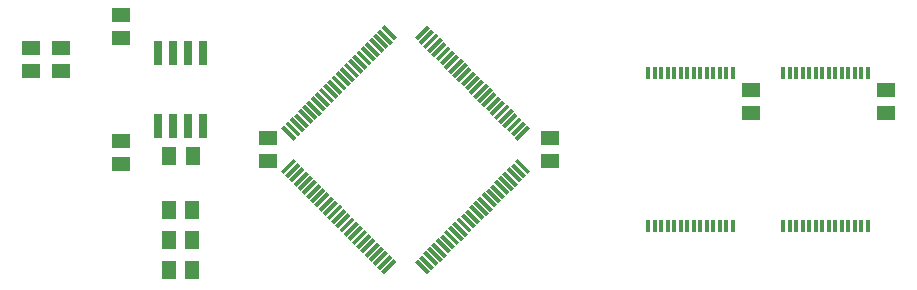
<source format=gbr>
G04 EAGLE Gerber RS-274X export*
G75*
%MOMM*%
%FSLAX34Y34*%
%LPD*%
%INSolderpaste Top*%
%IPPOS*%
%AMOC8*
5,1,8,0,0,1.08239X$1,22.5*%
G01*
%ADD10R,1.500000X0.350000*%
%ADD11R,0.350000X1.500000*%
%ADD12R,1.600000X1.300000*%
%ADD13R,1.300000X1.600000*%
%ADD14R,0.300000X1.000000*%
%ADD15R,1.300000X1.500000*%
%ADD16R,1.500000X1.300000*%
%ADD17R,0.660400X2.032000*%


D10*
G36*
X352045Y497923D02*
X341440Y487318D01*
X338965Y489793D01*
X349570Y500398D01*
X352045Y497923D01*
G37*
G36*
X355581Y494387D02*
X344976Y483782D01*
X342501Y486257D01*
X353106Y496862D01*
X355581Y494387D01*
G37*
G36*
X359116Y490852D02*
X348511Y480247D01*
X346036Y482722D01*
X356641Y493327D01*
X359116Y490852D01*
G37*
G36*
X362652Y487316D02*
X352047Y476711D01*
X349572Y479186D01*
X360177Y489791D01*
X362652Y487316D01*
G37*
G36*
X366187Y483781D02*
X355582Y473176D01*
X353107Y475651D01*
X363712Y486256D01*
X366187Y483781D01*
G37*
G36*
X369723Y480245D02*
X359118Y469640D01*
X356643Y472115D01*
X367248Y482720D01*
X369723Y480245D01*
G37*
G36*
X373258Y476710D02*
X362653Y466105D01*
X360178Y468580D01*
X370783Y479185D01*
X373258Y476710D01*
G37*
G36*
X376794Y473174D02*
X366189Y462569D01*
X363714Y465044D01*
X374319Y475649D01*
X376794Y473174D01*
G37*
G36*
X380329Y469639D02*
X369724Y459034D01*
X367249Y461509D01*
X377854Y472114D01*
X380329Y469639D01*
G37*
G36*
X383865Y466103D02*
X373260Y455498D01*
X370785Y457973D01*
X381390Y468578D01*
X383865Y466103D01*
G37*
G36*
X387400Y462568D02*
X376795Y451963D01*
X374320Y454438D01*
X384925Y465043D01*
X387400Y462568D01*
G37*
G36*
X390936Y459032D02*
X380331Y448427D01*
X377856Y450902D01*
X388461Y461507D01*
X390936Y459032D01*
G37*
G36*
X394471Y455496D02*
X383866Y444891D01*
X381391Y447366D01*
X391996Y457971D01*
X394471Y455496D01*
G37*
G36*
X398007Y451961D02*
X387402Y441356D01*
X384927Y443831D01*
X395532Y454436D01*
X398007Y451961D01*
G37*
G36*
X401543Y448425D02*
X390938Y437820D01*
X388463Y440295D01*
X399068Y450900D01*
X401543Y448425D01*
G37*
G36*
X405078Y444890D02*
X394473Y434285D01*
X391998Y436760D01*
X402603Y447365D01*
X405078Y444890D01*
G37*
G36*
X408614Y441354D02*
X398009Y430749D01*
X395534Y433224D01*
X406139Y443829D01*
X408614Y441354D01*
G37*
G36*
X412149Y437819D02*
X401544Y427214D01*
X399069Y429689D01*
X409674Y440294D01*
X412149Y437819D01*
G37*
G36*
X415685Y434283D02*
X405080Y423678D01*
X402605Y426153D01*
X413210Y436758D01*
X415685Y434283D01*
G37*
G36*
X419220Y430748D02*
X408615Y420143D01*
X406140Y422618D01*
X416745Y433223D01*
X419220Y430748D01*
G37*
G36*
X422756Y427212D02*
X412151Y416607D01*
X409676Y419082D01*
X420281Y429687D01*
X422756Y427212D01*
G37*
G36*
X426291Y423677D02*
X415686Y413072D01*
X413211Y415547D01*
X423816Y426152D01*
X426291Y423677D01*
G37*
G36*
X429827Y420141D02*
X419222Y409536D01*
X416747Y412011D01*
X427352Y422616D01*
X429827Y420141D01*
G37*
G36*
X433362Y416606D02*
X422757Y406001D01*
X420282Y408476D01*
X430887Y419081D01*
X433362Y416606D01*
G37*
G36*
X436898Y413070D02*
X426293Y402465D01*
X423818Y404940D01*
X434423Y415545D01*
X436898Y413070D01*
G37*
D11*
G36*
X465182Y404940D02*
X462707Y402465D01*
X452102Y413070D01*
X454577Y415545D01*
X465182Y404940D01*
G37*
G36*
X468718Y408476D02*
X466243Y406001D01*
X455638Y416606D01*
X458113Y419081D01*
X468718Y408476D01*
G37*
G36*
X472253Y412011D02*
X469778Y409536D01*
X459173Y420141D01*
X461648Y422616D01*
X472253Y412011D01*
G37*
G36*
X475789Y415547D02*
X473314Y413072D01*
X462709Y423677D01*
X465184Y426152D01*
X475789Y415547D01*
G37*
G36*
X479324Y419082D02*
X476849Y416607D01*
X466244Y427212D01*
X468719Y429687D01*
X479324Y419082D01*
G37*
G36*
X482860Y422618D02*
X480385Y420143D01*
X469780Y430748D01*
X472255Y433223D01*
X482860Y422618D01*
G37*
G36*
X486395Y426153D02*
X483920Y423678D01*
X473315Y434283D01*
X475790Y436758D01*
X486395Y426153D01*
G37*
G36*
X489931Y429689D02*
X487456Y427214D01*
X476851Y437819D01*
X479326Y440294D01*
X489931Y429689D01*
G37*
G36*
X493466Y433224D02*
X490991Y430749D01*
X480386Y441354D01*
X482861Y443829D01*
X493466Y433224D01*
G37*
G36*
X497002Y436760D02*
X494527Y434285D01*
X483922Y444890D01*
X486397Y447365D01*
X497002Y436760D01*
G37*
G36*
X500537Y440295D02*
X498062Y437820D01*
X487457Y448425D01*
X489932Y450900D01*
X500537Y440295D01*
G37*
G36*
X504073Y443831D02*
X501598Y441356D01*
X490993Y451961D01*
X493468Y454436D01*
X504073Y443831D01*
G37*
G36*
X507609Y447366D02*
X505134Y444891D01*
X494529Y455496D01*
X497004Y457971D01*
X507609Y447366D01*
G37*
G36*
X511144Y450902D02*
X508669Y448427D01*
X498064Y459032D01*
X500539Y461507D01*
X511144Y450902D01*
G37*
G36*
X514680Y454438D02*
X512205Y451963D01*
X501600Y462568D01*
X504075Y465043D01*
X514680Y454438D01*
G37*
G36*
X518215Y457973D02*
X515740Y455498D01*
X505135Y466103D01*
X507610Y468578D01*
X518215Y457973D01*
G37*
G36*
X521751Y461509D02*
X519276Y459034D01*
X508671Y469639D01*
X511146Y472114D01*
X521751Y461509D01*
G37*
G36*
X525286Y465044D02*
X522811Y462569D01*
X512206Y473174D01*
X514681Y475649D01*
X525286Y465044D01*
G37*
G36*
X528822Y468580D02*
X526347Y466105D01*
X515742Y476710D01*
X518217Y479185D01*
X528822Y468580D01*
G37*
G36*
X532357Y472115D02*
X529882Y469640D01*
X519277Y480245D01*
X521752Y482720D01*
X532357Y472115D01*
G37*
G36*
X535893Y475651D02*
X533418Y473176D01*
X522813Y483781D01*
X525288Y486256D01*
X535893Y475651D01*
G37*
G36*
X539428Y479186D02*
X536953Y476711D01*
X526348Y487316D01*
X528823Y489791D01*
X539428Y479186D01*
G37*
G36*
X542964Y482722D02*
X540489Y480247D01*
X529884Y490852D01*
X532359Y493327D01*
X542964Y482722D01*
G37*
G36*
X546499Y486257D02*
X544024Y483782D01*
X533419Y494387D01*
X535894Y496862D01*
X546499Y486257D01*
G37*
G36*
X550035Y489793D02*
X547560Y487318D01*
X536955Y497923D01*
X539430Y500398D01*
X550035Y489793D01*
G37*
D10*
G36*
X550035Y526207D02*
X539430Y515602D01*
X536955Y518077D01*
X547560Y528682D01*
X550035Y526207D01*
G37*
G36*
X546499Y529743D02*
X535894Y519138D01*
X533419Y521613D01*
X544024Y532218D01*
X546499Y529743D01*
G37*
G36*
X542964Y533278D02*
X532359Y522673D01*
X529884Y525148D01*
X540489Y535753D01*
X542964Y533278D01*
G37*
G36*
X539428Y536814D02*
X528823Y526209D01*
X526348Y528684D01*
X536953Y539289D01*
X539428Y536814D01*
G37*
G36*
X535893Y540349D02*
X525288Y529744D01*
X522813Y532219D01*
X533418Y542824D01*
X535893Y540349D01*
G37*
G36*
X532357Y543885D02*
X521752Y533280D01*
X519277Y535755D01*
X529882Y546360D01*
X532357Y543885D01*
G37*
G36*
X528822Y547420D02*
X518217Y536815D01*
X515742Y539290D01*
X526347Y549895D01*
X528822Y547420D01*
G37*
G36*
X525286Y550956D02*
X514681Y540351D01*
X512206Y542826D01*
X522811Y553431D01*
X525286Y550956D01*
G37*
G36*
X521751Y554491D02*
X511146Y543886D01*
X508671Y546361D01*
X519276Y556966D01*
X521751Y554491D01*
G37*
G36*
X518215Y558027D02*
X507610Y547422D01*
X505135Y549897D01*
X515740Y560502D01*
X518215Y558027D01*
G37*
G36*
X514680Y561562D02*
X504075Y550957D01*
X501600Y553432D01*
X512205Y564037D01*
X514680Y561562D01*
G37*
G36*
X511144Y565098D02*
X500539Y554493D01*
X498064Y556968D01*
X508669Y567573D01*
X511144Y565098D01*
G37*
G36*
X507609Y568634D02*
X497004Y558029D01*
X494529Y560504D01*
X505134Y571109D01*
X507609Y568634D01*
G37*
G36*
X504073Y572169D02*
X493468Y561564D01*
X490993Y564039D01*
X501598Y574644D01*
X504073Y572169D01*
G37*
G36*
X500537Y575705D02*
X489932Y565100D01*
X487457Y567575D01*
X498062Y578180D01*
X500537Y575705D01*
G37*
G36*
X497002Y579240D02*
X486397Y568635D01*
X483922Y571110D01*
X494527Y581715D01*
X497002Y579240D01*
G37*
G36*
X493466Y582776D02*
X482861Y572171D01*
X480386Y574646D01*
X490991Y585251D01*
X493466Y582776D01*
G37*
G36*
X489931Y586311D02*
X479326Y575706D01*
X476851Y578181D01*
X487456Y588786D01*
X489931Y586311D01*
G37*
G36*
X486395Y589847D02*
X475790Y579242D01*
X473315Y581717D01*
X483920Y592322D01*
X486395Y589847D01*
G37*
G36*
X482860Y593382D02*
X472255Y582777D01*
X469780Y585252D01*
X480385Y595857D01*
X482860Y593382D01*
G37*
G36*
X479324Y596918D02*
X468719Y586313D01*
X466244Y588788D01*
X476849Y599393D01*
X479324Y596918D01*
G37*
G36*
X475789Y600453D02*
X465184Y589848D01*
X462709Y592323D01*
X473314Y602928D01*
X475789Y600453D01*
G37*
G36*
X472253Y603989D02*
X461648Y593384D01*
X459173Y595859D01*
X469778Y606464D01*
X472253Y603989D01*
G37*
G36*
X468718Y607524D02*
X458113Y596919D01*
X455638Y599394D01*
X466243Y609999D01*
X468718Y607524D01*
G37*
G36*
X465182Y611060D02*
X454577Y600455D01*
X452102Y602930D01*
X462707Y613535D01*
X465182Y611060D01*
G37*
D11*
G36*
X436898Y602930D02*
X434423Y600455D01*
X423818Y611060D01*
X426293Y613535D01*
X436898Y602930D01*
G37*
G36*
X433362Y599394D02*
X430887Y596919D01*
X420282Y607524D01*
X422757Y609999D01*
X433362Y599394D01*
G37*
G36*
X429827Y595859D02*
X427352Y593384D01*
X416747Y603989D01*
X419222Y606464D01*
X429827Y595859D01*
G37*
G36*
X426291Y592323D02*
X423816Y589848D01*
X413211Y600453D01*
X415686Y602928D01*
X426291Y592323D01*
G37*
G36*
X422756Y588788D02*
X420281Y586313D01*
X409676Y596918D01*
X412151Y599393D01*
X422756Y588788D01*
G37*
G36*
X419220Y585252D02*
X416745Y582777D01*
X406140Y593382D01*
X408615Y595857D01*
X419220Y585252D01*
G37*
G36*
X415685Y581717D02*
X413210Y579242D01*
X402605Y589847D01*
X405080Y592322D01*
X415685Y581717D01*
G37*
G36*
X412149Y578181D02*
X409674Y575706D01*
X399069Y586311D01*
X401544Y588786D01*
X412149Y578181D01*
G37*
G36*
X408614Y574646D02*
X406139Y572171D01*
X395534Y582776D01*
X398009Y585251D01*
X408614Y574646D01*
G37*
G36*
X405078Y571110D02*
X402603Y568635D01*
X391998Y579240D01*
X394473Y581715D01*
X405078Y571110D01*
G37*
G36*
X401543Y567575D02*
X399068Y565100D01*
X388463Y575705D01*
X390938Y578180D01*
X401543Y567575D01*
G37*
G36*
X398007Y564039D02*
X395532Y561564D01*
X384927Y572169D01*
X387402Y574644D01*
X398007Y564039D01*
G37*
G36*
X394471Y560504D02*
X391996Y558029D01*
X381391Y568634D01*
X383866Y571109D01*
X394471Y560504D01*
G37*
G36*
X390936Y556968D02*
X388461Y554493D01*
X377856Y565098D01*
X380331Y567573D01*
X390936Y556968D01*
G37*
G36*
X387400Y553432D02*
X384925Y550957D01*
X374320Y561562D01*
X376795Y564037D01*
X387400Y553432D01*
G37*
G36*
X383865Y549897D02*
X381390Y547422D01*
X370785Y558027D01*
X373260Y560502D01*
X383865Y549897D01*
G37*
G36*
X380329Y546361D02*
X377854Y543886D01*
X367249Y554491D01*
X369724Y556966D01*
X380329Y546361D01*
G37*
G36*
X376794Y542826D02*
X374319Y540351D01*
X363714Y550956D01*
X366189Y553431D01*
X376794Y542826D01*
G37*
G36*
X373258Y539290D02*
X370783Y536815D01*
X360178Y547420D01*
X362653Y549895D01*
X373258Y539290D01*
G37*
G36*
X369723Y535755D02*
X367248Y533280D01*
X356643Y543885D01*
X359118Y546360D01*
X369723Y535755D01*
G37*
G36*
X366187Y532219D02*
X363712Y529744D01*
X353107Y540349D01*
X355582Y542824D01*
X366187Y532219D01*
G37*
G36*
X362652Y528684D02*
X360177Y526209D01*
X349572Y536814D01*
X352047Y539289D01*
X362652Y528684D01*
G37*
G36*
X359116Y525148D02*
X356641Y522673D01*
X346036Y533278D01*
X348511Y535753D01*
X359116Y525148D01*
G37*
G36*
X355581Y521613D02*
X353106Y519138D01*
X342501Y529743D01*
X344976Y532218D01*
X355581Y521613D01*
G37*
G36*
X352045Y518077D02*
X349570Y515602D01*
X338965Y526207D01*
X341440Y528682D01*
X352045Y518077D01*
G37*
D12*
X736600Y558640D03*
X736600Y538640D03*
X850900Y558640D03*
X850900Y538640D03*
D13*
X244000Y502920D03*
X264000Y502920D03*
D12*
X327660Y518000D03*
X327660Y498000D03*
X566420Y518000D03*
X566420Y498000D03*
X203200Y515460D03*
X203200Y495460D03*
X203200Y602140D03*
X203200Y622140D03*
D14*
X683050Y573000D03*
X677550Y573000D03*
X672050Y573000D03*
X666550Y573000D03*
X661050Y573000D03*
X655550Y573000D03*
X650050Y573000D03*
X650050Y443000D03*
X655550Y443000D03*
X661050Y443000D03*
X666550Y443000D03*
X672050Y443000D03*
X677550Y443000D03*
X683050Y443000D03*
X688550Y443000D03*
X694050Y443000D03*
X699550Y443000D03*
X705050Y443000D03*
X710550Y443000D03*
X716050Y443000D03*
X721550Y443000D03*
X721550Y573000D03*
X716050Y573000D03*
X710550Y573000D03*
X705050Y573000D03*
X699550Y573000D03*
X694050Y573000D03*
X688550Y573000D03*
X797350Y573000D03*
X791850Y573000D03*
X786350Y573000D03*
X780850Y573000D03*
X775350Y573000D03*
X769850Y573000D03*
X764350Y573000D03*
X764350Y443000D03*
X769850Y443000D03*
X775350Y443000D03*
X780850Y443000D03*
X786350Y443000D03*
X791850Y443000D03*
X797350Y443000D03*
X802850Y443000D03*
X808350Y443000D03*
X813850Y443000D03*
X819350Y443000D03*
X824850Y443000D03*
X830350Y443000D03*
X835850Y443000D03*
X835850Y573000D03*
X830350Y573000D03*
X824850Y573000D03*
X819350Y573000D03*
X813850Y573000D03*
X808350Y573000D03*
X802850Y573000D03*
D15*
X244500Y457200D03*
X263500Y457200D03*
X244500Y431800D03*
X263500Y431800D03*
X244500Y406400D03*
X263500Y406400D03*
D16*
X152400Y574700D03*
X152400Y593700D03*
X127000Y574700D03*
X127000Y593700D03*
D17*
X234950Y528066D03*
X234950Y589534D03*
X247650Y528066D03*
X260350Y528066D03*
X247650Y589534D03*
X260350Y589534D03*
X273050Y528066D03*
X273050Y589534D03*
M02*

</source>
